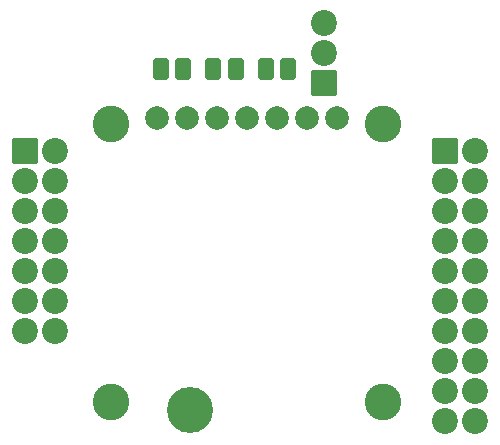
<source format=gbr>
G04 #@! TF.GenerationSoftware,KiCad,Pcbnew,6.0.11-2627ca5db0~126~ubuntu22.04.1*
G04 #@! TF.CreationDate,2023-12-06T10:27:33+01:00*
G04 #@! TF.ProjectId,roomthermostat,726f6f6d-7468-4657-926d-6f737461742e,C*
G04 #@! TF.SameCoordinates,Original*
G04 #@! TF.FileFunction,Soldermask,Bot*
G04 #@! TF.FilePolarity,Negative*
%FSLAX46Y46*%
G04 Gerber Fmt 4.6, Leading zero omitted, Abs format (unit mm)*
G04 Created by KiCad (PCBNEW 6.0.11-2627ca5db0~126~ubuntu22.04.1) date 2023-12-06 10:27:33*
%MOMM*%
%LPD*%
G01*
G04 APERTURE LIST*
G04 Aperture macros list*
%AMRoundRect*
0 Rectangle with rounded corners*
0 $1 Rounding radius*
0 $2 $3 $4 $5 $6 $7 $8 $9 X,Y pos of 4 corners*
0 Add a 4 corners polygon primitive as box body*
4,1,4,$2,$3,$4,$5,$6,$7,$8,$9,$2,$3,0*
0 Add four circle primitives for the rounded corners*
1,1,$1+$1,$2,$3*
1,1,$1+$1,$4,$5*
1,1,$1+$1,$6,$7*
1,1,$1+$1,$8,$9*
0 Add four rect primitives between the rounded corners*
20,1,$1+$1,$2,$3,$4,$5,0*
20,1,$1+$1,$4,$5,$6,$7,0*
20,1,$1+$1,$6,$7,$8,$9,0*
20,1,$1+$1,$8,$9,$2,$3,0*%
G04 Aperture macros list end*
%ADD10C,2.000000*%
%ADD11C,3.100000*%
%ADD12RoundRect,0.200000X0.900000X-0.900000X0.900000X0.900000X-0.900000X0.900000X-0.900000X-0.900000X0*%
%ADD13C,2.200000*%
%ADD14RoundRect,0.200000X0.444500X0.698500X-0.444500X0.698500X-0.444500X-0.698500X0.444500X-0.698500X0*%
%ADD15RoundRect,0.200000X-0.444500X-0.698500X0.444500X-0.698500X0.444500X0.698500X-0.444500X0.698500X0*%
%ADD16C,3.900000*%
G04 APERTURE END LIST*
D10*
X89295000Y-86120000D03*
X91835000Y-86120000D03*
X94375000Y-86120000D03*
X96915000Y-86120000D03*
X99455000Y-86120000D03*
X101995000Y-86120000D03*
X104535000Y-86120000D03*
D11*
X85415000Y-86620000D03*
X85415000Y-110120000D03*
X108415000Y-110120000D03*
X108415000Y-86620000D03*
D12*
X103415000Y-83160000D03*
D13*
X103415000Y-80620000D03*
X103415000Y-78080000D03*
D14*
X91517500Y-81955000D03*
X89612500Y-81955000D03*
D15*
X98502500Y-81955000D03*
X100407500Y-81955000D03*
D14*
X95962500Y-81955000D03*
X94057500Y-81955000D03*
D12*
X113665000Y-88900000D03*
D13*
X116205000Y-88930000D03*
X113665000Y-91440000D03*
X116205000Y-91470000D03*
X113665000Y-93980000D03*
X116205000Y-93980000D03*
X113665000Y-96520000D03*
X116205000Y-96550000D03*
X113665000Y-99060000D03*
X116205000Y-99090000D03*
X113665000Y-101600000D03*
X116205000Y-101630000D03*
X113665000Y-104140000D03*
X116205000Y-104170000D03*
X113665000Y-106680000D03*
X116205000Y-106710000D03*
X113665000Y-109220000D03*
X116205000Y-109250000D03*
X113665000Y-111760000D03*
X116205000Y-111790000D03*
D12*
X78105000Y-88900000D03*
D13*
X80645000Y-88900000D03*
X78105000Y-91440000D03*
X80645000Y-91440000D03*
X78105000Y-93980000D03*
X80645000Y-93980000D03*
X78105000Y-96520000D03*
X80645000Y-96520000D03*
X78105000Y-99060000D03*
X80645000Y-99060000D03*
X78105000Y-101600000D03*
X80645000Y-101600000D03*
X78105000Y-104140000D03*
X80645000Y-104140000D03*
D16*
X92075000Y-110840000D03*
M02*

</source>
